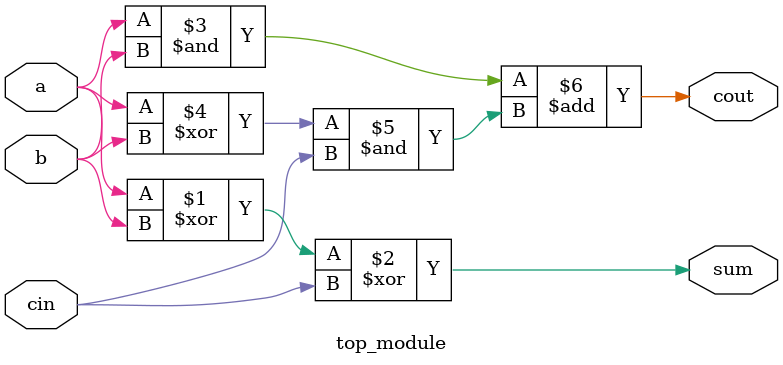
<source format=v>
module top_module( 
    input a, b, cin,
    output cout, sum );
    assign sum=a^b^cin;
    assign cout= (a&b) + ((a^b)&cin);

endmodule

</source>
